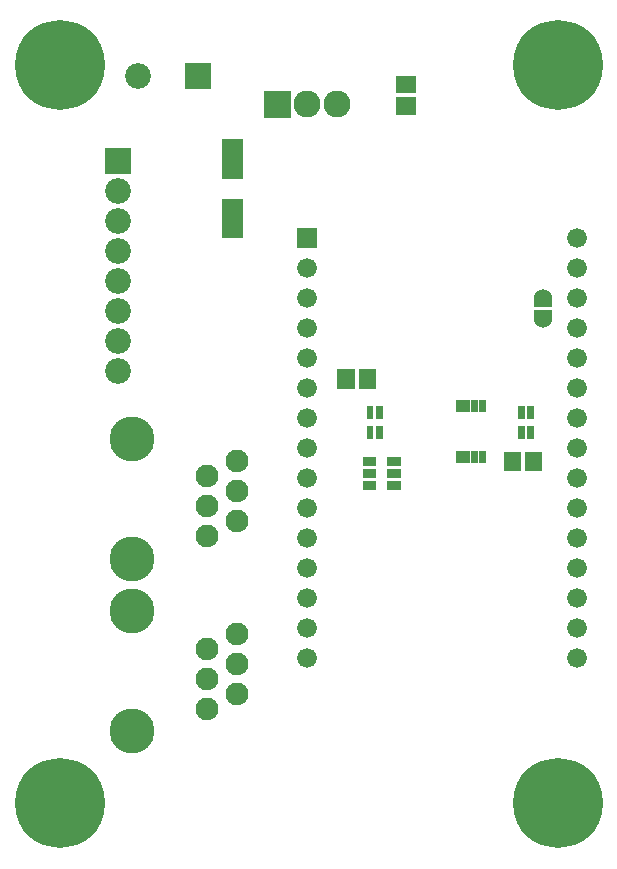
<source format=gbr>
G04 start of page 6 for group -4063 idx -4063 *
G04 Title: (unknown), componentmask *
G04 Creator: pcb 20140316 *
G04 CreationDate: Mon 17 Apr 2017 07:18:47 PM GMT UTC *
G04 For: ndholmes *
G04 Format: Gerber/RS-274X *
G04 PCB-Dimensions (mil): 2000.00 2800.00 *
G04 PCB-Coordinate-Origin: lower left *
%MOIN*%
%FSLAX25Y25*%
%LNTOPMASK*%
%ADD72R,0.0225X0.0225*%
%ADD71R,0.0690X0.0690*%
%ADD70R,0.0572X0.0572*%
%ADD69R,0.0227X0.0227*%
%ADD68R,0.0300X0.0300*%
%ADD67C,0.0600*%
%ADD66C,0.0900*%
%ADD65C,0.0760*%
%ADD64C,0.1500*%
%ADD63C,0.0660*%
%ADD62C,0.0860*%
%ADD61C,0.0001*%
%ADD60C,0.2997*%
G54D60*X17000Y263000D03*
G54D61*G36*
X58700Y263800D02*Y255200D01*
X67300D01*
Y263800D01*
X58700D01*
G37*
G54D62*X43000Y259500D03*
G54D61*G36*
X32200Y235300D02*Y226700D01*
X40800D01*
Y235300D01*
X32200D01*
G37*
G54D62*X36500Y221000D03*
G54D63*X99500Y165500D03*
Y155500D03*
G54D62*X36500Y161000D03*
G54D61*G36*
X85000Y254500D02*Y245500D01*
X94000D01*
Y254500D01*
X85000D01*
G37*
G54D60*X17000Y17000D03*
G54D64*X41000Y138500D03*
Y98500D03*
Y81000D03*
Y41000D03*
G54D60*X183000Y17000D03*
G54D63*X189500Y145500D03*
Y135500D03*
Y125500D03*
Y115500D03*
Y105500D03*
Y95500D03*
Y85500D03*
Y75500D03*
Y65500D03*
G54D65*X76000Y131000D03*
X66000Y126000D03*
X76000Y121000D03*
X66000Y116000D03*
X76000Y111000D03*
X66000Y106000D03*
G54D63*X99500Y145500D03*
Y135500D03*
Y125500D03*
Y115500D03*
Y105500D03*
Y95500D03*
Y85500D03*
Y75500D03*
Y65500D03*
G54D65*X76000Y73500D03*
X66000Y68500D03*
X76000Y63500D03*
X66000Y58500D03*
X76000Y53500D03*
X66000Y48500D03*
G54D61*G36*
X96200Y208800D02*Y202200D01*
X102800D01*
Y208800D01*
X96200D01*
G37*
G54D63*X189500Y205500D03*
G54D62*X36500Y211000D03*
Y201000D03*
G54D63*X99500Y195500D03*
X189500D03*
G54D62*X36500Y191000D03*
G54D63*X99500Y185500D03*
X189500D03*
G54D62*X36500Y181000D03*
Y171000D03*
G54D63*X99500Y175500D03*
X189500D03*
Y165500D03*
Y155500D03*
G54D60*X183000Y263000D03*
G54D66*X109500Y250000D03*
X99500D03*
G54D67*X178000Y185300D03*
G54D68*X176500Y183800D02*X179500D01*
G54D67*X178000Y178500D03*
G54D68*X176500Y180000D02*X179500D01*
G54D69*X123575Y148283D02*Y146413D01*
X120425Y148283D02*Y146413D01*
Y141587D02*Y139717D01*
X123575Y141587D02*Y139717D01*
G54D70*X112457Y158893D02*Y158107D01*
X119543Y158893D02*Y158107D01*
G54D68*X119500Y126900D02*X121100D01*
X119500Y123000D02*X121100D01*
X127700D02*X129300D01*
X127700Y126900D02*X129300D01*
X127700Y130800D02*X129300D01*
X119500D02*X121100D01*
G54D70*X132107Y249457D02*X132893D01*
X132107Y256543D02*X132893D01*
G54D71*X74500Y234835D02*Y228536D01*
Y215150D02*Y208851D01*
G54D69*X174075Y148283D02*Y146413D01*
X170925Y148283D02*Y146413D01*
Y141587D02*Y139717D01*
X174075Y141587D02*Y139717D01*
G54D70*X167914Y131393D02*Y130607D01*
X175000Y131393D02*Y130607D01*
G54D72*X157839Y150469D02*Y148622D01*
Y150000D02*Y149000D01*
X155280Y150469D02*Y148622D01*
Y150000D02*Y149000D01*
X152720Y150469D02*Y148622D01*
X150161Y150469D02*Y148622D01*
X152720Y150000D02*Y149000D01*
X150161Y150000D02*Y149000D01*
Y133378D02*Y131531D01*
X152720Y133378D02*Y131531D01*
X150161Y133000D02*Y132000D01*
X152720Y133000D02*Y132000D01*
X155280Y133378D02*Y131531D01*
X157839Y133378D02*Y131531D01*
X155280Y133000D02*Y132000D01*
X157839Y133000D02*Y132000D01*
M02*

</source>
